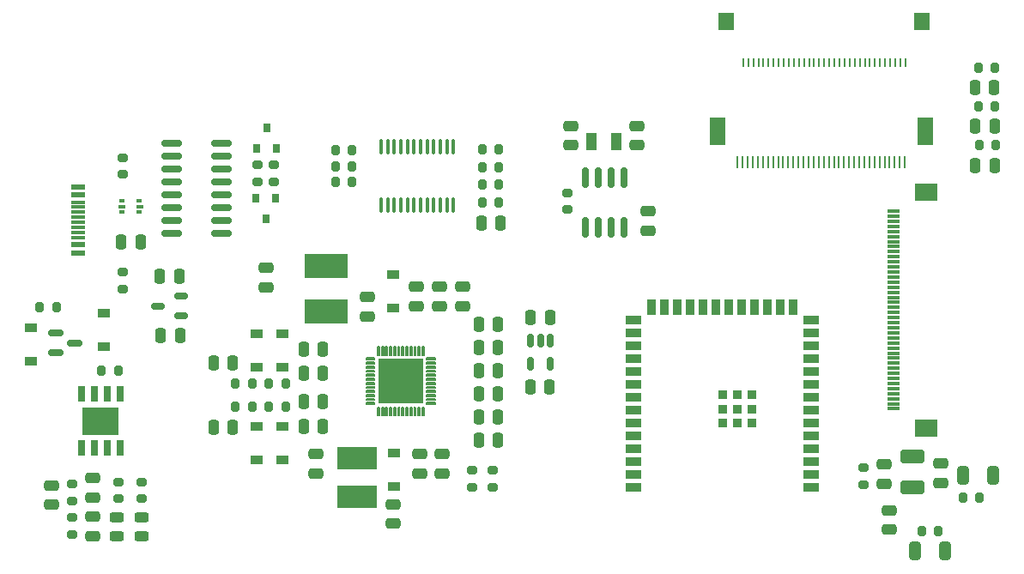
<source format=gtp>
%TF.GenerationSoftware,KiCad,Pcbnew,(6.0.11)*%
%TF.CreationDate,2023-02-05T23:01:49+01:00*%
%TF.ProjectId,epaper-breakout,65706170-6572-42d6-9272-65616b6f7574,rev?*%
%TF.SameCoordinates,Original*%
%TF.FileFunction,Paste,Top*%
%TF.FilePolarity,Positive*%
%FSLAX46Y46*%
G04 Gerber Fmt 4.6, Leading zero omitted, Abs format (unit mm)*
G04 Created by KiCad (PCBNEW (6.0.11)) date 2023-02-05 23:01:49*
%MOMM*%
%LPD*%
G01*
G04 APERTURE LIST*
G04 Aperture macros list*
%AMRoundRect*
0 Rectangle with rounded corners*
0 $1 Rounding radius*
0 $2 $3 $4 $5 $6 $7 $8 $9 X,Y pos of 4 corners*
0 Add a 4 corners polygon primitive as box body*
4,1,4,$2,$3,$4,$5,$6,$7,$8,$9,$2,$3,0*
0 Add four circle primitives for the rounded corners*
1,1,$1+$1,$2,$3*
1,1,$1+$1,$4,$5*
1,1,$1+$1,$6,$7*
1,1,$1+$1,$8,$9*
0 Add four rect primitives between the rounded corners*
20,1,$1+$1,$2,$3,$4,$5,0*
20,1,$1+$1,$4,$5,$6,$7,0*
20,1,$1+$1,$6,$7,$8,$9,0*
20,1,$1+$1,$8,$9,$2,$3,0*%
G04 Aperture macros list end*
%ADD10C,0.152400*%
%ADD11RoundRect,0.200000X-0.200000X-0.275000X0.200000X-0.275000X0.200000X0.275000X-0.200000X0.275000X0*%
%ADD12R,0.800000X0.900000*%
%ADD13RoundRect,0.200000X-0.275000X0.200000X-0.275000X-0.200000X0.275000X-0.200000X0.275000X0.200000X0*%
%ADD14RoundRect,0.200000X0.275000X-0.200000X0.275000X0.200000X-0.275000X0.200000X-0.275000X-0.200000X0*%
%ADD15RoundRect,0.250000X0.250000X0.475000X-0.250000X0.475000X-0.250000X-0.475000X0.250000X-0.475000X0*%
%ADD16RoundRect,0.250000X-0.475000X0.250000X-0.475000X-0.250000X0.475000X-0.250000X0.475000X0.250000X0*%
%ADD17RoundRect,0.243750X-0.456250X0.243750X-0.456250X-0.243750X0.456250X-0.243750X0.456250X0.243750X0*%
%ADD18RoundRect,0.250000X0.475000X-0.250000X0.475000X0.250000X-0.475000X0.250000X-0.475000X-0.250000X0*%
%ADD19RoundRect,0.249999X0.325001X0.650001X-0.325001X0.650001X-0.325001X-0.650001X0.325001X-0.650001X0*%
%ADD20RoundRect,0.250000X-0.250000X-0.475000X0.250000X-0.475000X0.250000X0.475000X-0.250000X0.475000X0*%
%ADD21RoundRect,0.249999X-0.325001X-0.650001X0.325001X-0.650001X0.325001X0.650001X-0.325001X0.650001X0*%
%ADD22RoundRect,0.200000X0.200000X0.275000X-0.200000X0.275000X-0.200000X-0.275000X0.200000X-0.275000X0*%
%ADD23RoundRect,0.100000X-0.100000X0.637500X-0.100000X-0.637500X0.100000X-0.637500X0.100000X0.637500X0*%
%ADD24RoundRect,0.249997X0.925003X-0.412503X0.925003X0.412503X-0.925003X0.412503X-0.925003X-0.412503X0*%
%ADD25R,3.900000X2.200000*%
%ADD26R,4.200000X2.400000*%
%ADD27R,0.850000X0.200000*%
%ADD28R,0.200000X0.850000*%
%ADD29R,4.399999X4.399999*%
%ADD30R,1.200000X0.900000*%
%ADD31R,0.650000X1.500000*%
%ADD32R,3.600000X2.700000*%
%ADD33RoundRect,0.150000X0.512500X0.150000X-0.512500X0.150000X-0.512500X-0.150000X0.512500X-0.150000X0*%
%ADD34R,0.500000X0.375000*%
%ADD35R,0.650000X0.300000*%
%ADD36R,1.300000X0.300000*%
%ADD37R,2.200000X1.800000*%
%ADD38R,1.600000X2.800000*%
%ADD39R,0.250000X1.300000*%
%ADD40RoundRect,0.150000X-0.587500X-0.150000X0.587500X-0.150000X0.587500X0.150000X-0.587500X0.150000X0*%
%ADD41RoundRect,0.150000X-0.150000X0.825000X-0.150000X-0.825000X0.150000X-0.825000X0.150000X0.825000X0*%
%ADD42RoundRect,0.150000X-0.150000X0.512500X-0.150000X-0.512500X0.150000X-0.512500X0.150000X0.512500X0*%
%ADD43R,0.254000X0.812800*%
%ADD44R,1.524000X1.701800*%
%ADD45R,1.500000X0.900000*%
%ADD46R,0.900000X1.500000*%
%ADD47R,0.900000X0.900000*%
%ADD48RoundRect,0.150000X-0.825000X-0.150000X0.825000X-0.150000X0.825000X0.150000X-0.825000X0.150000X0*%
%ADD49R,1.450000X0.600000*%
%ADD50R,1.450000X0.300000*%
%ADD51R,1.000000X1.800000*%
G04 APERTURE END LIST*
D10*
X64782579Y-47902800D02*
X64782579Y-47902800D01*
X64336600Y-46469421D02*
X64336600Y-46773979D01*
X64478021Y-46128000D02*
X64782579Y-46128000D01*
X62448999Y-47953000D02*
X61649000Y-47953000D01*
X65911400Y-44894621D02*
X65911400Y-45199179D01*
X67149069Y-47702800D02*
X67149069Y-47115400D01*
X66052821Y-46915400D02*
X66052821Y-46915400D01*
X65124000Y-48353069D02*
X65711400Y-48353069D01*
X65265421Y-47902800D02*
X65124000Y-48044221D01*
X64336600Y-48044221D02*
X64336600Y-48353069D01*
X64898999Y-42853000D02*
X64748999Y-42853000D01*
X66698800Y-48353069D02*
X67149069Y-48353069D01*
X61649000Y-46503001D02*
X62448999Y-46503001D01*
X65549000Y-42853000D02*
X65549000Y-43652999D01*
X67599001Y-45553000D02*
X67599001Y-45703000D01*
X66840221Y-44553200D02*
X66840221Y-44553200D01*
X66498800Y-47561379D02*
X66498800Y-47561379D01*
X64349000Y-49603000D02*
X64499000Y-49603000D01*
X65124000Y-46773979D02*
X65265421Y-46915400D01*
X61649000Y-46903000D02*
X62448999Y-46903000D01*
X63207779Y-47115400D02*
X63207779Y-47115400D01*
X64136600Y-45199179D02*
X64136600Y-45199179D01*
X66098999Y-43652999D02*
X66098999Y-42853000D01*
X65149001Y-43652999D02*
X65299001Y-43652999D01*
X63299000Y-48803001D02*
X63149000Y-48803001D01*
X65911400Y-47256821D02*
X65911400Y-47256821D01*
X63995179Y-47115400D02*
X63690621Y-47115400D01*
X64136600Y-45986579D02*
X64136600Y-45682021D01*
X63549200Y-47561379D02*
X63549200Y-47561379D01*
X63995179Y-47702800D02*
X63995179Y-47702800D01*
X62448999Y-44752999D02*
X61649000Y-44752999D01*
X66698800Y-45682021D02*
X66698800Y-45682021D01*
X64924000Y-45986579D02*
X64924000Y-45986579D01*
X62448999Y-45952999D02*
X61649000Y-45952999D01*
X65711400Y-44411779D02*
X65711400Y-44411779D01*
X68399000Y-43953001D02*
X67599001Y-43953001D01*
X65124000Y-44411779D02*
X65124000Y-44411779D01*
X65124000Y-46469421D02*
X65124000Y-46773979D01*
X65711400Y-45986579D02*
X65711400Y-45682021D01*
X67149069Y-44553200D02*
X67149069Y-44102931D01*
X64782579Y-44753200D02*
X64478021Y-44753200D01*
X63207779Y-47702800D02*
X63349200Y-47561379D01*
X65711400Y-44894621D02*
X65711400Y-44894621D01*
X67298999Y-48803001D02*
X67149000Y-48803001D01*
X67149069Y-44753200D02*
X66840221Y-44753200D01*
X64336600Y-48044221D02*
X64336600Y-48044221D01*
X64898999Y-43652999D02*
X64898999Y-42853000D01*
X61649000Y-48502999D02*
X62448999Y-48502999D01*
X63995179Y-46328000D02*
X63995179Y-46328000D01*
X64782579Y-45540600D02*
X64478021Y-45540600D01*
X66052821Y-47902800D02*
X65911400Y-48044221D01*
X66698800Y-47256821D02*
X66698800Y-47561379D01*
X65911400Y-45986579D02*
X65911400Y-45986579D01*
X63549200Y-48353069D02*
X64136600Y-48353069D01*
X63549200Y-44894621D02*
X63549200Y-45199179D01*
X65911400Y-46773979D02*
X66052821Y-46915400D01*
X67149069Y-47902800D02*
X66840221Y-47902800D01*
X63690621Y-45540600D02*
X63690621Y-45540600D01*
X67599001Y-43953001D02*
X67599001Y-44103000D01*
X67149069Y-45340600D02*
X67149069Y-44753200D01*
X64924000Y-47256821D02*
X64924000Y-47256821D01*
X61649000Y-44752999D02*
X61649000Y-44902999D01*
X65265421Y-46915400D02*
X65569979Y-46915400D01*
X63349200Y-47256821D02*
X63349200Y-47256821D01*
X65711400Y-46773979D02*
X65711400Y-46773979D01*
X63949001Y-43652999D02*
X64099001Y-43652999D01*
X63207779Y-44753200D02*
X62898931Y-44753200D01*
X66840221Y-44553200D02*
X67149069Y-44553200D01*
X62448999Y-45303001D02*
X62448999Y-45153001D01*
X63548999Y-48803001D02*
X63548999Y-49603000D01*
X65265421Y-47702800D02*
X65569979Y-47702800D01*
X68399000Y-46903000D02*
X68399000Y-46753000D01*
X63149000Y-43652999D02*
X63299000Y-43652999D01*
X67599001Y-45153001D02*
X67599001Y-45303001D01*
X63995179Y-45340600D02*
X63995179Y-45340600D01*
X62448999Y-43953001D02*
X61649000Y-43953001D01*
X61649000Y-45303001D02*
X62448999Y-45303001D01*
X63349200Y-48044221D02*
X63349200Y-48044221D01*
X63690621Y-46328000D02*
X63549200Y-46469421D01*
X67599001Y-44752999D02*
X67599001Y-44903001D01*
X65569979Y-44753200D02*
X65569979Y-44753200D01*
X66498800Y-45682021D02*
X66498800Y-45682021D01*
X66098999Y-49603000D02*
X66098999Y-48803001D01*
X62448999Y-45553000D02*
X61649000Y-45553000D01*
X62898931Y-44102931D02*
X62898931Y-44553200D01*
X64924000Y-47561379D02*
X64924000Y-47256821D01*
X66899000Y-42853000D02*
X66749000Y-42853000D01*
X67599001Y-44103000D02*
X68399000Y-44103000D01*
X62448999Y-44902999D02*
X62448999Y-44752999D01*
X63349200Y-46773979D02*
X63349200Y-46469421D01*
X67149069Y-48353069D02*
X67149069Y-47902800D01*
X66349001Y-43652999D02*
X66499001Y-43652999D01*
X65124000Y-45682021D02*
X65124000Y-45682021D01*
X62898931Y-47702800D02*
X63207779Y-47702800D01*
X67149069Y-46915400D02*
X67149069Y-46328000D01*
X63207779Y-46328000D02*
X63207779Y-46328000D01*
X64136600Y-44894621D02*
X63995179Y-44753200D01*
X65569979Y-47702800D02*
X65569979Y-47702800D01*
X62898931Y-44753200D02*
X62898931Y-45340600D01*
X64336600Y-47561379D02*
X64478021Y-47702800D01*
X62898931Y-45540600D02*
X62898931Y-46128000D01*
X65124000Y-46773979D02*
X65124000Y-46773979D01*
X64136600Y-44894621D02*
X64136600Y-44894621D01*
X65265421Y-46915400D02*
X65265421Y-46915400D01*
X65124000Y-44102931D02*
X65124000Y-44411779D01*
X63349200Y-44411779D02*
X63349200Y-44102931D01*
X64499000Y-48803001D02*
X64349000Y-48803001D01*
X63207779Y-46128000D02*
X63207779Y-46128000D01*
X64136600Y-45986579D02*
X64136600Y-45986579D01*
X66357379Y-47702800D02*
X66357379Y-47702800D01*
X63549200Y-47561379D02*
X63690621Y-47702800D01*
X65124000Y-45682021D02*
X65124000Y-45986579D01*
X68399000Y-44903001D02*
X68399000Y-44752999D01*
X64478021Y-45540600D02*
X64336600Y-45682021D01*
X66698800Y-45682021D02*
X66698800Y-45986579D01*
X64336600Y-47256821D02*
X64336600Y-47561379D01*
X67149000Y-42853000D02*
X67149000Y-43652999D01*
X64782579Y-47115400D02*
X64478021Y-47115400D01*
X65549000Y-48803001D02*
X65549000Y-49603000D01*
X66052821Y-44553200D02*
X66052821Y-44553200D01*
X63207779Y-45540600D02*
X62898931Y-45540600D01*
X64349000Y-42853000D02*
X64349000Y-43652999D01*
X64136600Y-47256821D02*
X64136600Y-47256821D01*
X66357379Y-46128000D02*
X66357379Y-46128000D01*
X63549200Y-46469421D02*
X63549200Y-46773979D01*
X66698800Y-47256821D02*
X66698800Y-47256821D01*
X66052821Y-45340600D02*
X66357379Y-45340600D01*
X66052821Y-46328000D02*
X66052821Y-46328000D01*
X64782579Y-47702800D02*
X64782579Y-47702800D01*
X63690621Y-46128000D02*
X63995179Y-46128000D01*
X63349200Y-46469421D02*
X63349200Y-46469421D01*
X64924000Y-45199179D02*
X64924000Y-44894621D01*
X64478021Y-44753200D02*
X64478021Y-44753200D01*
X66698800Y-46773979D02*
X66698800Y-46773979D01*
X66498800Y-44894621D02*
X66498800Y-44894621D01*
X66498800Y-45199179D02*
X66498800Y-45199179D01*
X67149000Y-43652999D02*
X67298999Y-43652999D01*
X64336600Y-44411779D02*
X64336600Y-44411779D01*
X66357379Y-46328000D02*
X66357379Y-46328000D01*
X66052821Y-47115400D02*
X66052821Y-47115400D01*
X65711400Y-47561379D02*
X65711400Y-47561379D01*
X65711400Y-45986579D02*
X65711400Y-45986579D01*
X64782579Y-47902800D02*
X64478021Y-47902800D01*
X62749001Y-49603000D02*
X62899000Y-49603000D01*
X66698800Y-48044221D02*
X66698800Y-48353069D01*
X64924000Y-44894621D02*
X64924000Y-44894621D01*
X64478021Y-46915400D02*
X64782579Y-46915400D01*
X65569979Y-46328000D02*
X65265421Y-46328000D01*
X64782579Y-44553200D02*
X64782579Y-44553200D01*
X63207779Y-44753200D02*
X63207779Y-44753200D01*
X65911400Y-46469421D02*
X65911400Y-46773979D01*
X64349000Y-43652999D02*
X64499000Y-43652999D01*
X66698800Y-46773979D02*
X66840221Y-46915400D01*
X65124000Y-47256821D02*
X65124000Y-47561379D01*
X66840221Y-46915400D02*
X66840221Y-46915400D01*
X66698800Y-44102931D02*
X66698800Y-44411779D01*
X67298999Y-42853000D02*
X67149000Y-42853000D01*
X65265421Y-47902800D02*
X65265421Y-47902800D01*
X63698999Y-48803001D02*
X63548999Y-48803001D01*
X65911400Y-44102931D02*
X65911400Y-44411779D01*
X65911400Y-48044221D02*
X65911400Y-48353069D01*
X62448999Y-45153001D02*
X61649000Y-45153001D01*
X66357379Y-46915400D02*
X66498800Y-46773979D01*
X65711400Y-44411779D02*
X65711400Y-44102931D01*
X63549200Y-45682021D02*
X63549200Y-45682021D01*
X62899000Y-48803001D02*
X62749001Y-48803001D01*
X66840221Y-46128000D02*
X66840221Y-46128000D01*
X64136600Y-45682021D02*
X63995179Y-45540600D01*
X63549200Y-48044221D02*
X63549200Y-48353069D01*
X68399000Y-46102999D02*
X68399000Y-45952999D01*
X67599001Y-45952999D02*
X67599001Y-46102999D01*
X61649000Y-46102999D02*
X62448999Y-46102999D01*
X65699000Y-42853000D02*
X65549000Y-42853000D01*
X67298999Y-43652999D02*
X67298999Y-42853000D01*
X66840221Y-46328000D02*
X66698800Y-46469421D01*
X64924000Y-46773979D02*
X64924000Y-46469421D01*
X68399000Y-45153001D02*
X67599001Y-45153001D01*
X65569979Y-44553200D02*
X65711400Y-44411779D01*
X64136600Y-44102931D02*
X63549200Y-44102931D01*
X66498800Y-46773979D02*
X66498800Y-46469421D01*
X66698800Y-47561379D02*
X66840221Y-47702800D01*
X64499000Y-42853000D02*
X64349000Y-42853000D01*
X65711400Y-44894621D02*
X65569979Y-44753200D01*
X63207779Y-47902800D02*
X62898931Y-47902800D01*
X68399000Y-44503000D02*
X68399000Y-44353000D01*
X63548999Y-49603000D02*
X63698999Y-49603000D01*
X66498800Y-48044221D02*
X66357379Y-47902800D01*
X62448999Y-47152999D02*
X61649000Y-47152999D01*
X65699000Y-48803001D02*
X65549000Y-48803001D01*
X64336600Y-45986579D02*
X64336600Y-45986579D01*
X61649000Y-45703000D02*
X62448999Y-45703000D01*
X66840221Y-47115400D02*
X66840221Y-47115400D01*
X65711400Y-46469421D02*
X65569979Y-46328000D01*
X61649000Y-47152999D02*
X61649000Y-47302999D01*
X65124000Y-44411779D02*
X65265421Y-44553200D01*
X63549200Y-45199179D02*
X63690621Y-45340600D01*
X66498800Y-47256821D02*
X66357379Y-47115400D01*
X66052821Y-47902800D02*
X66052821Y-47902800D01*
X66698800Y-45199179D02*
X66698800Y-45199179D01*
X67599001Y-46353001D02*
X67599001Y-46503001D01*
X64924000Y-48353069D02*
X64924000Y-48044221D01*
X64924000Y-48044221D02*
X64924000Y-48044221D01*
X64499000Y-43652999D02*
X64499000Y-42853000D01*
X64099001Y-48803001D02*
X63949001Y-48803001D01*
X65265421Y-47702800D02*
X65265421Y-47702800D01*
X66840221Y-45340600D02*
X66840221Y-45340600D01*
X63349200Y-46773979D02*
X63349200Y-46773979D01*
X65569979Y-46128000D02*
X65711400Y-45986579D01*
X66357379Y-46915400D02*
X66357379Y-46915400D01*
X63349200Y-45199179D02*
X63349200Y-44894621D01*
X63149000Y-42853000D02*
X63149000Y-43652999D01*
X63995179Y-45540600D02*
X63690621Y-45540600D01*
X62749001Y-43652999D02*
X62899000Y-43652999D01*
X64336600Y-47256821D02*
X64336600Y-47256821D01*
X63995179Y-47902800D02*
X63690621Y-47902800D01*
X66357379Y-44553200D02*
X66498800Y-44411779D01*
X62448999Y-48502999D02*
X62448999Y-48353000D01*
X63349200Y-47561379D02*
X63349200Y-47561379D01*
X66357379Y-45540600D02*
X66052821Y-45540600D01*
X68399000Y-47703001D02*
X68399000Y-47553001D01*
X66698800Y-44894621D02*
X66698800Y-44894621D01*
X66052821Y-46328000D02*
X65911400Y-46469421D01*
X64478021Y-46128000D02*
X64478021Y-46128000D01*
X65124000Y-48044221D02*
X65124000Y-48353069D01*
X63549200Y-47256821D02*
X63549200Y-47256821D01*
X63207779Y-46128000D02*
X63349200Y-45986579D01*
X66698800Y-46469421D02*
X66698800Y-46469421D01*
X68399000Y-45952999D02*
X67599001Y-45952999D01*
X62448999Y-48353000D02*
X61649000Y-48353000D01*
X64336600Y-44102931D02*
X64336600Y-44411779D01*
X66698800Y-45986579D02*
X66840221Y-46128000D01*
X65124000Y-45986579D02*
X65124000Y-45986579D01*
X64478021Y-45340600D02*
X64478021Y-45340600D01*
X63207779Y-46915400D02*
X63349200Y-46773979D01*
X64136600Y-46469421D02*
X63995179Y-46328000D01*
X66698800Y-44411779D02*
X66698800Y-44411779D01*
X61649000Y-48103000D02*
X62448999Y-48103000D01*
X63995179Y-45340600D02*
X64136600Y-45199179D01*
X66498800Y-48044221D02*
X66498800Y-48044221D01*
X63698999Y-49603000D02*
X63698999Y-48803001D01*
X68399000Y-44103000D02*
X68399000Y-43953001D01*
X67599001Y-47553001D02*
X67599001Y-47703001D01*
X65265421Y-46328000D02*
X65265421Y-46328000D01*
X66357379Y-44553200D02*
X66357379Y-44553200D01*
X66698800Y-44411779D02*
X66840221Y-44553200D01*
X66357379Y-45340600D02*
X66498800Y-45199179D01*
X63690621Y-45540600D02*
X63549200Y-45682021D01*
X63690621Y-47115400D02*
X63690621Y-47115400D01*
X64478021Y-47902800D02*
X64478021Y-47902800D01*
X67599001Y-45703000D02*
X68399000Y-45703000D01*
X65569979Y-46128000D02*
X65569979Y-46128000D01*
X62448999Y-44503000D02*
X62448999Y-44353000D01*
X66698800Y-47561379D02*
X66698800Y-47561379D01*
X66357379Y-44753200D02*
X66357379Y-44753200D01*
X64748999Y-42853000D02*
X64748999Y-43652999D01*
X65711400Y-48353069D02*
X65711400Y-48044221D01*
X67149000Y-49603000D02*
X67298999Y-49603000D01*
X61649000Y-47302999D02*
X62448999Y-47302999D01*
X62448999Y-48103000D02*
X62448999Y-47953000D01*
X64478021Y-45540600D02*
X64478021Y-45540600D01*
X66498800Y-48353069D02*
X66498800Y-48044221D01*
X65711400Y-44102931D02*
X65124000Y-44102931D01*
X63995179Y-46915400D02*
X63995179Y-46915400D01*
X65265421Y-47115400D02*
X65124000Y-47256821D01*
X66098999Y-42853000D02*
X65948999Y-42853000D01*
X63949001Y-42853000D02*
X63949001Y-43652999D01*
X61649000Y-46753000D02*
X61649000Y-46903000D01*
X66840221Y-47902800D02*
X66840221Y-47902800D01*
X68399000Y-47302999D02*
X68399000Y-47152999D01*
X66052821Y-47702800D02*
X66357379Y-47702800D01*
X64924000Y-44894621D02*
X64782579Y-44753200D01*
X66840221Y-44753200D02*
X66840221Y-44753200D01*
X62898931Y-46328000D02*
X62898931Y-46915400D01*
X62448999Y-46353001D02*
X61649000Y-46353001D01*
X64478021Y-45340600D02*
X64782579Y-45340600D01*
X63690621Y-45340600D02*
X63995179Y-45340600D01*
X65911400Y-46773979D02*
X65911400Y-46773979D01*
X66698800Y-48044221D02*
X66698800Y-48044221D01*
X62448999Y-44353000D02*
X61649000Y-44353000D01*
X62448999Y-46753000D02*
X61649000Y-46753000D01*
X63207779Y-45340600D02*
X63349200Y-45199179D01*
X64782579Y-45340600D02*
X64924000Y-45199179D01*
X64478021Y-47115400D02*
X64336600Y-47256821D01*
X64924000Y-46469421D02*
X64924000Y-46469421D01*
X63207779Y-44553200D02*
X63349200Y-44411779D01*
X68399000Y-48103000D02*
X68399000Y-47953000D01*
X61649000Y-45553000D02*
X61649000Y-45703000D01*
X65911400Y-45199179D02*
X65911400Y-45199179D01*
X65911400Y-45986579D02*
X66052821Y-46128000D01*
X64478021Y-46328000D02*
X64478021Y-46328000D01*
X63299000Y-42853000D02*
X63149000Y-42853000D01*
X66357379Y-46328000D02*
X66052821Y-46328000D01*
X65124000Y-44894621D02*
X65124000Y-44894621D01*
X67149000Y-48803001D02*
X67149000Y-49603000D01*
X62899000Y-43652999D02*
X62899000Y-42853000D01*
X64782579Y-45340600D02*
X64782579Y-45340600D01*
X64924000Y-46773979D02*
X64924000Y-46773979D01*
X67599001Y-46503001D02*
X68399000Y-46503001D01*
X66499001Y-42853000D02*
X66349001Y-42853000D01*
X65911400Y-44894621D02*
X65911400Y-44894621D01*
X64748999Y-48803001D02*
X64748999Y-49603000D01*
X64782579Y-46328000D02*
X64478021Y-46328000D01*
X65911400Y-47561379D02*
X66052821Y-47702800D01*
X66052821Y-45540600D02*
X65911400Y-45682021D01*
X64349000Y-48803001D02*
X64349000Y-49603000D01*
X66498800Y-44894621D02*
X66357379Y-44753200D01*
X67599001Y-47152999D02*
X67599001Y-47302999D01*
X64136600Y-48044221D02*
X63995179Y-47902800D01*
X64478021Y-47702800D02*
X64782579Y-47702800D01*
X65265421Y-47115400D02*
X65265421Y-47115400D01*
X67599001Y-47302999D02*
X68399000Y-47302999D01*
X67599001Y-48502999D02*
X68399000Y-48502999D01*
X64782579Y-46328000D02*
X64782579Y-46328000D01*
X68399000Y-47953000D02*
X67599001Y-47953000D01*
X65265421Y-44753200D02*
X65124000Y-44894621D01*
X66357379Y-46128000D02*
X66498800Y-45986579D01*
X63349200Y-45682021D02*
X63207779Y-45540600D01*
X64136600Y-45682021D02*
X64136600Y-45682021D01*
X65149001Y-48803001D02*
X65149001Y-49603000D01*
X63549200Y-45682021D02*
X63549200Y-45986579D01*
X65711400Y-45682021D02*
X65569979Y-45540600D01*
X66052821Y-47115400D02*
X65911400Y-47256821D01*
X63207779Y-46915400D02*
X63207779Y-46915400D01*
X63549200Y-44894621D02*
X63549200Y-44894621D01*
X66499001Y-49603000D02*
X66499001Y-48803001D01*
X63690621Y-45340600D02*
X63690621Y-45340600D01*
X64782579Y-46128000D02*
X64782579Y-46128000D01*
X63549200Y-45986579D02*
X63549200Y-45986579D01*
X61649000Y-47953000D02*
X61649000Y-48103000D01*
X61649000Y-44353000D02*
X61649000Y-44503000D01*
X64336600Y-46469421D02*
X64336600Y-46469421D01*
X63690621Y-47115400D02*
X63549200Y-47256821D01*
X66357379Y-47115400D02*
X66357379Y-47115400D01*
X66749000Y-48803001D02*
X66749000Y-49603000D01*
X63549200Y-44102931D02*
X63549200Y-44411779D01*
X63995179Y-46915400D02*
X64136600Y-46773979D01*
X67599001Y-48103000D02*
X68399000Y-48103000D01*
X66498800Y-47256821D02*
X66498800Y-47256821D01*
X66498800Y-45986579D02*
X66498800Y-45986579D01*
X65711400Y-47256821D02*
X65711400Y-47256821D01*
X67599001Y-44353000D02*
X67599001Y-44503000D01*
X64924000Y-47561379D02*
X64924000Y-47561379D01*
X63299000Y-49603000D02*
X63299000Y-48803001D01*
X68399000Y-46503001D02*
X68399000Y-46353001D01*
X63207779Y-47115400D02*
X62898931Y-47115400D01*
X62898931Y-44553200D02*
X63207779Y-44553200D01*
X64336600Y-45199179D02*
X64336600Y-45199179D01*
X67149069Y-45540600D02*
X66840221Y-45540600D01*
X63690621Y-46128000D02*
X63690621Y-46128000D01*
X62898931Y-46128000D02*
X63207779Y-46128000D01*
X64748999Y-43652999D02*
X64898999Y-43652999D01*
X64136600Y-44411779D02*
X64136600Y-44102931D01*
X65911400Y-47256821D02*
X65911400Y-47561379D01*
X61649000Y-44103000D02*
X62448999Y-44103000D01*
X64748999Y-49603000D02*
X64898999Y-49603000D01*
X68399000Y-46753000D02*
X67599001Y-46753000D01*
X65711400Y-45199179D02*
X65711400Y-44894621D01*
X65299001Y-48803001D02*
X65149001Y-48803001D01*
X63995179Y-46128000D02*
X64136600Y-45986579D01*
X66357379Y-47702800D02*
X66498800Y-47561379D01*
X63690621Y-44553200D02*
X63690621Y-44553200D01*
X65569979Y-45540600D02*
X65265421Y-45540600D01*
X66052821Y-45540600D02*
X66052821Y-45540600D01*
X63207779Y-47902800D02*
X63207779Y-47902800D01*
X66749000Y-42853000D02*
X66749000Y-43652999D01*
X65124000Y-44894621D02*
X65124000Y-45199179D01*
X68399000Y-44752999D02*
X67599001Y-44752999D01*
X63207779Y-47702800D02*
X63207779Y-47702800D01*
X64099001Y-49603000D02*
X64099001Y-48803001D01*
X68399000Y-47553001D02*
X67599001Y-47553001D01*
X66498800Y-45986579D02*
X66498800Y-45682021D01*
X64478021Y-44553200D02*
X64478021Y-44553200D01*
X67599001Y-44903001D02*
X68399000Y-44903001D01*
X66357379Y-45540600D02*
X66357379Y-45540600D01*
X63349200Y-44894621D02*
X63349200Y-44894621D01*
X68399000Y-45703000D02*
X68399000Y-45553000D01*
X63549200Y-46773979D02*
X63690621Y-46915400D01*
X66840221Y-45540600D02*
X66698800Y-45682021D01*
X62898931Y-47902800D02*
X62898931Y-48353069D01*
X63549200Y-47256821D02*
X63549200Y-47561379D01*
X62448999Y-47302999D02*
X62448999Y-47152999D01*
X63699001Y-42853000D02*
X63548999Y-42853000D01*
X63699001Y-43652999D02*
X63699001Y-42853000D01*
X65569979Y-45340600D02*
X65711400Y-45199179D01*
X65711400Y-45199179D02*
X65711400Y-45199179D01*
X63995179Y-44753200D02*
X63995179Y-44753200D01*
X63995179Y-47115400D02*
X63995179Y-47115400D01*
X63995179Y-46328000D02*
X63690621Y-46328000D01*
X64336600Y-44894621D02*
X64336600Y-45199179D01*
X62898931Y-47115400D02*
X62898931Y-47702800D01*
X62749001Y-42853000D02*
X62749001Y-43652999D01*
X65124000Y-47256821D02*
X65124000Y-47256821D01*
X66840221Y-47702800D02*
X66840221Y-47702800D01*
X63349200Y-47561379D02*
X63349200Y-47256821D01*
X64336600Y-46773979D02*
X64336600Y-46773979D01*
X65569979Y-45340600D02*
X65569979Y-45340600D01*
X65549000Y-49603000D02*
X65699000Y-49603000D01*
X66499001Y-48803001D02*
X66348999Y-48803001D01*
X64478021Y-47115400D02*
X64478021Y-47115400D01*
X65699000Y-43652999D02*
X65699000Y-42853000D01*
X63549200Y-45986579D02*
X63690621Y-46128000D01*
X65911400Y-45682021D02*
X65911400Y-45986579D01*
X62899000Y-49603000D02*
X62899000Y-48803001D01*
X64136600Y-45199179D02*
X64136600Y-44894621D01*
X64924000Y-45682021D02*
X64924000Y-45682021D01*
X66098999Y-48803001D02*
X65948999Y-48803001D01*
X65124000Y-48044221D02*
X65124000Y-48044221D01*
X66749000Y-49603000D02*
X66899000Y-49603000D01*
X64336600Y-45986579D02*
X64478021Y-46128000D01*
X65549000Y-43652999D02*
X65699000Y-43652999D01*
X64924000Y-45986579D02*
X64924000Y-45682021D01*
X66840221Y-45340600D02*
X67149069Y-45340600D01*
X64478021Y-44753200D02*
X64336600Y-44894621D01*
X67599001Y-45303001D02*
X68399000Y-45303001D01*
X67149069Y-47115400D02*
X66840221Y-47115400D01*
X63549200Y-46469421D02*
X63549200Y-46469421D01*
X65711400Y-46469421D02*
X65711400Y-46469421D01*
X64898999Y-48803001D02*
X64748999Y-48803001D01*
X64136600Y-47561379D02*
X64136600Y-47561379D01*
X67599001Y-46753000D02*
X67599001Y-46903000D01*
X63690621Y-46915400D02*
X63995179Y-46915400D01*
X62898931Y-48353069D02*
X63349200Y-48353069D01*
X63349200Y-45986579D02*
X63349200Y-45682021D01*
X63690621Y-44753200D02*
X63690621Y-44753200D01*
X66698800Y-46469421D02*
X66698800Y-46773979D01*
X64136600Y-46469421D02*
X64136600Y-46469421D01*
X65911400Y-47561379D02*
X65911400Y-47561379D01*
X62899000Y-42853000D02*
X62749001Y-42853000D01*
X62448999Y-45703000D02*
X62448999Y-45553000D01*
X66052821Y-46128000D02*
X66052821Y-46128000D01*
X65124000Y-47561379D02*
X65265421Y-47702800D01*
X64478021Y-46915400D02*
X64478021Y-46915400D01*
X68399000Y-46353001D02*
X67599001Y-46353001D01*
X61649000Y-45153001D02*
X61649000Y-45303001D01*
X66357379Y-47902800D02*
X66357379Y-47902800D01*
X65124000Y-45199179D02*
X65265421Y-45340600D01*
X66840221Y-46128000D02*
X67149069Y-46128000D01*
X65299001Y-49603000D02*
X65299001Y-48803001D01*
X63549200Y-46773979D02*
X63549200Y-46773979D01*
X66498800Y-47561379D02*
X66498800Y-47256821D01*
X66698800Y-44894621D02*
X66698800Y-45199179D01*
X64924000Y-45682021D02*
X64782579Y-45540600D01*
X62448999Y-46903000D02*
X62448999Y-46753000D01*
X64136600Y-46773979D02*
X64136600Y-46469421D01*
X66899000Y-48803001D02*
X66749000Y-48803001D01*
X63995179Y-44553200D02*
X64136600Y-44411779D01*
X65265421Y-46328000D02*
X65124000Y-46469421D01*
X65265421Y-46128000D02*
X65569979Y-46128000D01*
X65569979Y-45540600D02*
X65569979Y-45540600D01*
X63349200Y-44411779D02*
X63349200Y-44411779D01*
X63690621Y-46915400D02*
X63690621Y-46915400D01*
X66357379Y-44753200D02*
X66052821Y-44753200D01*
X64499000Y-49603000D02*
X64499000Y-48803001D01*
X68399000Y-45553000D02*
X67599001Y-45553000D01*
X63149000Y-49603000D02*
X63299000Y-49603000D01*
X64336600Y-44894621D02*
X64336600Y-44894621D01*
X65711400Y-46773979D02*
X65711400Y-46469421D01*
X64336600Y-45682021D02*
X64336600Y-45682021D01*
X64478021Y-44553200D02*
X64782579Y-44553200D01*
X66052821Y-46915400D02*
X66357379Y-46915400D01*
X64924000Y-44411779D02*
X64924000Y-44411779D01*
X65711400Y-47256821D02*
X65569979Y-47115400D01*
X64782579Y-44553200D02*
X64924000Y-44411779D01*
X65711400Y-47561379D02*
X65711400Y-47256821D01*
X64924000Y-46469421D02*
X64782579Y-46328000D01*
X62448999Y-46102999D02*
X62448999Y-45952999D01*
X64136600Y-47561379D02*
X64136600Y-47256821D01*
X64336600Y-47561379D02*
X64336600Y-47561379D01*
X66498800Y-44411779D02*
X66498800Y-44411779D01*
X63149000Y-48803001D02*
X63149000Y-49603000D01*
X61649000Y-43953001D02*
X61649000Y-44103000D01*
X63349200Y-48044221D02*
X63207779Y-47902800D01*
X66498800Y-45682021D02*
X66357379Y-45540600D01*
X66357379Y-47115400D02*
X66052821Y-47115400D01*
X66052821Y-44753200D02*
X66052821Y-44753200D01*
X65569979Y-47115400D02*
X65265421Y-47115400D01*
X68399000Y-44353000D02*
X67599001Y-44353000D01*
X64782579Y-46128000D02*
X64924000Y-45986579D01*
X63995179Y-44753200D02*
X63690621Y-44753200D01*
X63690621Y-44553200D02*
X63995179Y-44553200D01*
X61649000Y-45952999D02*
X61649000Y-46102999D01*
X61649000Y-48353000D02*
X61649000Y-48502999D01*
X63995179Y-46128000D02*
X63995179Y-46128000D01*
X65124000Y-47561379D02*
X65124000Y-47561379D01*
X64924000Y-47256821D02*
X64782579Y-47115400D01*
X64782579Y-44753200D02*
X64782579Y-44753200D01*
X65299001Y-42853000D02*
X65149001Y-42853000D01*
X65911400Y-48044221D02*
X65911400Y-48044221D01*
X66840221Y-46328000D02*
X66840221Y-46328000D01*
X66052821Y-46128000D02*
X66357379Y-46128000D01*
X63995179Y-47902800D02*
X63995179Y-47902800D01*
X62448999Y-46503001D02*
X62448999Y-46353001D01*
X63690621Y-47902800D02*
X63549200Y-48044221D01*
X65299001Y-43652999D02*
X65299001Y-42853000D01*
X64924000Y-44411779D02*
X64924000Y-44102931D01*
X63207779Y-45340600D02*
X63207779Y-45340600D01*
X65265421Y-45540600D02*
X65265421Y-45540600D01*
X67298999Y-49603000D02*
X67298999Y-48803001D01*
X65711400Y-48044221D02*
X65569979Y-47902800D01*
X68399000Y-48353000D02*
X67599001Y-48353000D01*
X63995179Y-45540600D02*
X63995179Y-45540600D01*
X66840221Y-47902800D02*
X66698800Y-48044221D01*
X63549200Y-45199179D02*
X63549200Y-45199179D01*
X61649000Y-44503000D02*
X62448999Y-44503000D01*
X66840221Y-45540600D02*
X66840221Y-45540600D01*
X65265421Y-44553200D02*
X65569979Y-44553200D01*
X68399000Y-45303001D02*
X68399000Y-45153001D01*
X66052821Y-45340600D02*
X66052821Y-45340600D01*
X63549200Y-44411779D02*
X63690621Y-44553200D01*
X66498800Y-46469421D02*
X66357379Y-46328000D01*
X64336600Y-48353069D02*
X64924000Y-48353069D01*
X64924000Y-44102931D02*
X64336600Y-44102931D01*
X63995179Y-44553200D02*
X63995179Y-44553200D01*
X63349200Y-44894621D02*
X63207779Y-44753200D01*
X66698800Y-45986579D02*
X66698800Y-45986579D01*
X66840221Y-44753200D02*
X66698800Y-44894621D01*
X66052821Y-44553200D02*
X66357379Y-44553200D01*
X66499001Y-43652999D02*
X66499001Y-42853000D01*
X66357379Y-45340600D02*
X66357379Y-45340600D01*
X63207779Y-45540600D02*
X63207779Y-45540600D01*
X65911400Y-44411779D02*
X65911400Y-44411779D01*
X63690621Y-47702800D02*
X63995179Y-47702800D01*
X67599001Y-44503000D02*
X68399000Y-44503000D01*
X63690621Y-47902800D02*
X63690621Y-47902800D01*
X65569979Y-47115400D02*
X65569979Y-47115400D01*
X64782579Y-46915400D02*
X64924000Y-46773979D01*
X66498800Y-44102931D02*
X65911400Y-44102931D01*
X66899000Y-43652999D02*
X66899000Y-42853000D01*
X67149069Y-46128000D02*
X67149069Y-45540600D01*
X62898931Y-46915400D02*
X63207779Y-46915400D01*
X67149069Y-44102931D02*
X66698800Y-44102931D01*
X64136600Y-46773979D02*
X64136600Y-46773979D01*
X63549200Y-48044221D02*
X63549200Y-48044221D01*
X65265421Y-44553200D02*
X65265421Y-44553200D01*
X62749001Y-48803001D02*
X62749001Y-49603000D01*
X63690621Y-44753200D02*
X63549200Y-44894621D01*
X67599001Y-46102999D02*
X68399000Y-46102999D01*
X61649000Y-46353001D02*
X61649000Y-46503001D01*
X66052821Y-47702800D02*
X66052821Y-47702800D01*
X65124000Y-46469421D02*
X65124000Y-46469421D01*
X63207779Y-44553200D02*
X63207779Y-44553200D01*
X62448999Y-47703001D02*
X62448999Y-47552999D01*
X64336600Y-44411779D02*
X64478021Y-44553200D01*
X64136600Y-48044221D02*
X64136600Y-48044221D01*
X64782579Y-45540600D02*
X64782579Y-45540600D01*
X65948999Y-42853000D02*
X65948999Y-43652999D01*
X63995179Y-47702800D02*
X64136600Y-47561379D01*
X65569979Y-47902800D02*
X65569979Y-47902800D01*
X66899000Y-49603000D02*
X66899000Y-48803001D01*
X63949001Y-49603000D02*
X64099001Y-49603000D01*
X65265421Y-45340600D02*
X65265421Y-45340600D01*
X66498800Y-46469421D02*
X66498800Y-46469421D01*
X63690621Y-47702800D02*
X63690621Y-47702800D01*
X65711400Y-48044221D02*
X65711400Y-48044221D01*
X67599001Y-46903000D02*
X68399000Y-46903000D01*
X65911400Y-45199179D02*
X66052821Y-45340600D01*
X68399000Y-48502999D02*
X68399000Y-48353000D01*
X64924000Y-45199179D02*
X64924000Y-45199179D01*
X61649000Y-44902999D02*
X62448999Y-44902999D01*
X65711400Y-45682021D02*
X65711400Y-45682021D01*
X63349200Y-47256821D02*
X63207779Y-47115400D01*
X64136600Y-47256821D02*
X63995179Y-47115400D01*
X66052821Y-44753200D02*
X65911400Y-44894621D01*
X64478021Y-46328000D02*
X64336600Y-46469421D01*
X63349200Y-45986579D02*
X63349200Y-45986579D01*
X65265421Y-46128000D02*
X65265421Y-46128000D01*
X65569979Y-44553200D02*
X65569979Y-44553200D01*
X65124000Y-45986579D02*
X65265421Y-46128000D01*
X66348999Y-48803001D02*
X66348999Y-49603000D01*
X64782579Y-47702800D02*
X64924000Y-47561379D01*
X66749000Y-43652999D02*
X66899000Y-43652999D01*
X64136600Y-48353069D02*
X64136600Y-48044221D01*
X67599001Y-47703001D02*
X68399000Y-47703001D01*
X63548999Y-43652999D02*
X63699001Y-43652999D01*
X63949001Y-48803001D02*
X63949001Y-49603000D01*
X66348999Y-49603000D02*
X66499001Y-49603000D01*
X65265421Y-44753200D02*
X65265421Y-44753200D01*
X61649000Y-47703001D02*
X62448999Y-47703001D01*
X64478021Y-47902800D02*
X64336600Y-48044221D01*
X63299000Y-43652999D02*
X63299000Y-42853000D01*
X65948999Y-48803001D02*
X65948999Y-49603000D01*
X64782579Y-47115400D02*
X64782579Y-47115400D01*
X63349200Y-45199179D02*
X63349200Y-45199179D01*
X63349200Y-46469421D02*
X63207779Y-46328000D01*
X63549200Y-44411779D02*
X63549200Y-44411779D01*
X63349200Y-45682021D02*
X63349200Y-45682021D01*
X66349001Y-42853000D02*
X66349001Y-43652999D01*
X64336600Y-45199179D02*
X64478021Y-45340600D01*
X64336600Y-45682021D02*
X64336600Y-45986579D01*
X65911400Y-45682021D02*
X65911400Y-45682021D01*
X66840221Y-47115400D02*
X66698800Y-47256821D01*
X64478021Y-47702800D02*
X64478021Y-47702800D01*
X66498800Y-45199179D02*
X66498800Y-44894621D01*
X65948999Y-43652999D02*
X66098999Y-43652999D01*
X64336600Y-46773979D02*
X64478021Y-46915400D01*
X66357379Y-47902800D02*
X66052821Y-47902800D01*
X63349200Y-44102931D02*
X62898931Y-44102931D01*
X65569979Y-44753200D02*
X65265421Y-44753200D01*
X64782579Y-46915400D02*
X64782579Y-46915400D01*
X62898931Y-45340600D02*
X63207779Y-45340600D01*
X65569979Y-47902800D02*
X65265421Y-47902800D01*
X66698800Y-45199179D02*
X66840221Y-45340600D01*
X62448999Y-47552999D02*
X61649000Y-47552999D01*
X65948999Y-49603000D02*
X66098999Y-49603000D01*
X65911400Y-44411779D02*
X66052821Y-44553200D01*
X65265421Y-45540600D02*
X65124000Y-45682021D01*
X66840221Y-46915400D02*
X67149069Y-46915400D01*
X64099001Y-43652999D02*
X64099001Y-42853000D01*
X63349200Y-48353069D02*
X63349200Y-48044221D01*
X65149001Y-42853000D02*
X65149001Y-43652999D01*
X67149069Y-46328000D02*
X66840221Y-46328000D01*
X65569979Y-47702800D02*
X65711400Y-47561379D01*
X63690621Y-46328000D02*
X63690621Y-46328000D01*
X63207779Y-46328000D02*
X62898931Y-46328000D01*
X67599001Y-48353000D02*
X67599001Y-48502999D01*
X66498800Y-44411779D02*
X66498800Y-44102931D01*
X65149001Y-49603000D02*
X65299001Y-49603000D01*
X65569979Y-46328000D02*
X65569979Y-46328000D01*
X65911400Y-46469421D02*
X65911400Y-46469421D01*
X61649000Y-47552999D02*
X61649000Y-47703001D01*
X62448999Y-44103000D02*
X62448999Y-43953001D01*
X65265421Y-45340600D02*
X65569979Y-45340600D01*
X65699000Y-49603000D02*
X65699000Y-48803001D01*
X63548999Y-42853000D02*
X63548999Y-43652999D01*
X64898999Y-49603000D02*
X64898999Y-48803001D01*
X66498800Y-46773979D02*
X66498800Y-46773979D01*
X65569979Y-46915400D02*
X65569979Y-46915400D01*
X66840221Y-47702800D02*
X67149069Y-47702800D01*
X65569979Y-46915400D02*
X65711400Y-46773979D01*
X65911400Y-48353069D02*
X66498800Y-48353069D01*
X64924000Y-48044221D02*
X64782579Y-47902800D01*
X64136600Y-44411779D02*
X64136600Y-44411779D01*
X68399000Y-47152999D02*
X67599001Y-47152999D01*
X65124000Y-45199179D02*
X65124000Y-45199179D01*
X67599001Y-47953000D02*
X67599001Y-48103000D01*
X64099001Y-42853000D02*
X63949001Y-42853000D01*
D11*
X73075000Y-25100000D03*
X74725000Y-25100000D03*
D12*
X50850000Y-23225000D03*
X52750000Y-23225000D03*
X51800000Y-21225000D03*
D13*
X50900000Y-24900000D03*
X50900000Y-26550000D03*
D14*
X52500000Y-26550000D03*
X52500000Y-24900000D03*
D12*
X52650000Y-28200000D03*
X50750000Y-28200000D03*
X51700000Y-30200000D03*
D15*
X79700000Y-46800000D03*
X77800000Y-46800000D03*
D16*
X34600000Y-55800000D03*
X34600000Y-57700000D03*
D17*
X39458000Y-59662000D03*
X39458000Y-61537000D03*
D13*
X37150000Y-56175000D03*
X37150000Y-57825000D03*
X39458000Y-56175000D03*
X39458000Y-57825000D03*
D17*
X37045000Y-59662000D03*
X37045000Y-61537000D03*
D18*
X113200000Y-60850000D03*
X113200000Y-58950000D03*
X34600000Y-61500000D03*
X34600000Y-59600000D03*
D15*
X74610000Y-52070000D03*
X72710000Y-52070000D03*
D16*
X118300000Y-54350000D03*
X118300000Y-56250000D03*
D19*
X118700000Y-63000000D03*
X115750000Y-63000000D03*
D20*
X121697000Y-21030000D03*
X123597000Y-21030000D03*
D21*
X120525000Y-55500000D03*
X123475000Y-55500000D03*
D20*
X121700000Y-24957000D03*
X123600000Y-24957000D03*
D22*
X60225000Y-23400000D03*
X58575000Y-23400000D03*
D14*
X72081200Y-56671600D03*
X72081200Y-55021600D03*
D22*
X118050000Y-61000000D03*
X116400000Y-61000000D03*
D11*
X122000000Y-19100000D03*
X123650000Y-19100000D03*
X120475000Y-57700000D03*
X122125000Y-57700000D03*
X122075000Y-22925000D03*
X123725000Y-22925000D03*
D13*
X74113200Y-55021600D03*
X74113200Y-56671600D03*
D23*
X70225000Y-23100000D03*
X69575000Y-23100000D03*
X68925000Y-23100000D03*
X68275000Y-23100000D03*
X67625000Y-23100000D03*
X66975000Y-23100000D03*
X66325000Y-23100000D03*
X65675000Y-23100000D03*
X65025000Y-23100000D03*
X64375000Y-23100000D03*
X63725000Y-23100000D03*
X63075000Y-23100000D03*
X63075000Y-28825000D03*
X63725000Y-28825000D03*
X64375000Y-28825000D03*
X65025000Y-28825000D03*
X65675000Y-28825000D03*
X66325000Y-28825000D03*
X66975000Y-28825000D03*
X67625000Y-28825000D03*
X68275000Y-28825000D03*
X68925000Y-28825000D03*
X69575000Y-28825000D03*
X70225000Y-28825000D03*
D16*
X71120000Y-36896000D03*
X71120000Y-38796000D03*
D24*
X115500000Y-56737500D03*
X115500000Y-53662500D03*
D20*
X72710000Y-40640000D03*
X74610000Y-40640000D03*
D22*
X53657000Y-46482000D03*
X52007000Y-46482000D03*
D25*
X60706000Y-57653000D03*
X60706000Y-53853000D03*
D26*
X57658000Y-39334000D03*
X57658000Y-34834000D03*
D22*
X50355000Y-48768000D03*
X48705000Y-48768000D03*
X53657000Y-48768000D03*
X52007000Y-48768000D03*
X50355000Y-46482000D03*
X48705000Y-46482000D03*
D18*
X64262000Y-60259000D03*
X64262000Y-58359000D03*
X69088000Y-55306000D03*
X69088000Y-53406000D03*
D15*
X57338000Y-45466000D03*
X55438000Y-45466000D03*
D20*
X55438000Y-48260000D03*
X57338000Y-48260000D03*
D16*
X112700000Y-54450000D03*
X112700000Y-56350000D03*
D27*
X67999000Y-48428001D03*
X67999000Y-48027999D03*
X67999000Y-47628000D03*
X67999000Y-47228001D03*
X67999000Y-46827999D03*
X67999000Y-46428000D03*
X67999000Y-46028000D03*
X67999000Y-45628001D03*
X67999000Y-45227999D03*
X67999000Y-44828000D03*
X67999000Y-44428001D03*
X67999000Y-44027999D03*
D28*
X67224001Y-43253000D03*
X66823999Y-43253000D03*
X66424000Y-43253000D03*
X66024001Y-43253000D03*
X65623999Y-43253000D03*
X65224000Y-43253000D03*
X64824000Y-43253000D03*
X64424001Y-43253000D03*
X64023999Y-43253000D03*
X63624000Y-43253000D03*
X63224001Y-43253000D03*
X62823999Y-43253000D03*
D27*
X62049000Y-44027999D03*
X62049000Y-44428001D03*
X62049000Y-44828000D03*
X62049000Y-45227999D03*
X62049000Y-45628001D03*
X62049000Y-46028000D03*
X62049000Y-46428000D03*
X62049000Y-46827999D03*
X62049000Y-47228001D03*
X62049000Y-47628000D03*
X62049000Y-48027999D03*
X62049000Y-48428001D03*
D28*
X62823999Y-49203000D03*
X63224001Y-49203000D03*
X63624000Y-49203000D03*
X64023999Y-49203000D03*
X64424001Y-49203000D03*
X64824000Y-49203000D03*
X65224000Y-49203000D03*
X65623999Y-49203000D03*
X66024001Y-49203000D03*
X66424000Y-49203000D03*
X66823999Y-49203000D03*
X67224001Y-49203000D03*
D29*
X65024000Y-46228000D03*
D15*
X74610000Y-49784000D03*
X72710000Y-49784000D03*
D18*
X61722000Y-39812000D03*
X61722000Y-37912000D03*
D15*
X74610000Y-42926000D03*
X72710000Y-42926000D03*
D30*
X50800000Y-50674000D03*
X50800000Y-53974000D03*
X53340000Y-53974000D03*
X53340000Y-50674000D03*
X50800000Y-41530000D03*
X50800000Y-44830000D03*
X53340000Y-44830000D03*
X53340000Y-41530000D03*
D20*
X46548000Y-44450000D03*
X48448000Y-44450000D03*
D18*
X66548000Y-38796000D03*
X66548000Y-36896000D03*
D20*
X72710000Y-47498000D03*
X74610000Y-47498000D03*
X55438000Y-43053000D03*
X57338000Y-43053000D03*
D18*
X68834000Y-38796000D03*
X68834000Y-36896000D03*
D20*
X55438000Y-50673000D03*
X57338000Y-50673000D03*
D15*
X48448000Y-50800000D03*
X46548000Y-50800000D03*
X74610000Y-45224700D03*
X72710000Y-45224700D03*
D18*
X66929000Y-55306000D03*
X66929000Y-53406000D03*
D30*
X64389000Y-56641000D03*
X64389000Y-53341000D03*
D20*
X77850000Y-39900000D03*
X79750000Y-39900000D03*
X121650000Y-17221000D03*
X123550000Y-17221000D03*
D11*
X122000000Y-15321000D03*
X123650000Y-15321000D03*
D30*
X64262000Y-35688000D03*
X64262000Y-38988000D03*
D13*
X32621000Y-59675000D03*
X32621000Y-61325000D03*
X32621000Y-56401000D03*
X32621000Y-58051000D03*
D16*
X51750000Y-35050000D03*
X51750000Y-36950000D03*
D18*
X56642000Y-55306000D03*
X56642000Y-53406000D03*
D20*
X72950000Y-30600000D03*
X74850000Y-30600000D03*
D13*
X110700000Y-54775000D03*
X110700000Y-56425000D03*
D22*
X74725000Y-28600000D03*
X73075000Y-28600000D03*
X74725000Y-26800000D03*
X73075000Y-26800000D03*
D11*
X58575000Y-26600000D03*
X60225000Y-26600000D03*
X58575000Y-25000000D03*
X60225000Y-25000000D03*
D31*
X37305000Y-47441000D03*
X36035000Y-47441000D03*
X34765000Y-47441000D03*
X33495000Y-47441000D03*
X33495000Y-52841000D03*
X34765000Y-52841000D03*
X36035000Y-52841000D03*
X37305000Y-52841000D03*
D32*
X35400000Y-50141000D03*
D30*
X35700000Y-42850000D03*
X35700000Y-39550000D03*
D22*
X37175000Y-45150000D03*
X35525000Y-45150000D03*
D33*
X43337500Y-39750000D03*
X43337500Y-37850000D03*
X41062500Y-38800000D03*
D34*
X37550000Y-28462500D03*
D35*
X37475000Y-29000000D03*
D34*
X37550000Y-29537500D03*
X39250000Y-29537500D03*
D35*
X39325000Y-29000000D03*
D34*
X39250000Y-28462500D03*
D36*
X113600000Y-48950000D03*
X113600000Y-48450000D03*
X113600000Y-47950000D03*
X113600000Y-47450000D03*
X113600000Y-46950000D03*
X113600000Y-46450000D03*
X113600000Y-45950000D03*
X113600000Y-45450000D03*
X113600000Y-44950000D03*
X113600000Y-44450000D03*
X113600000Y-43950000D03*
X113600000Y-43450000D03*
X113600000Y-42950000D03*
X113600000Y-42450000D03*
X113600000Y-41950000D03*
X113600000Y-41450000D03*
X113600000Y-40950000D03*
X113600000Y-40450000D03*
X113600000Y-39950000D03*
X113600000Y-39450000D03*
X113600000Y-38950000D03*
X113600000Y-38450000D03*
X113600000Y-37950000D03*
X113600000Y-37450000D03*
X113600000Y-36950000D03*
X113600000Y-36450000D03*
X113600000Y-35950000D03*
X113600000Y-35450000D03*
X113600000Y-34950000D03*
X113600000Y-34450000D03*
X113600000Y-33950000D03*
X113600000Y-33450000D03*
X113600000Y-32950000D03*
X113600000Y-32450000D03*
X113600000Y-31950000D03*
X113600000Y-31450000D03*
X113600000Y-30950000D03*
X113600000Y-30450000D03*
X113600000Y-29950000D03*
X113600000Y-29450000D03*
D37*
X116850000Y-50850000D03*
X116850000Y-27550000D03*
D20*
X37450000Y-32500000D03*
X39350000Y-32500000D03*
D38*
X116750000Y-21600000D03*
X96250000Y-21600000D03*
D39*
X114750000Y-24600000D03*
X114250000Y-24600000D03*
X113750000Y-24600000D03*
X113250000Y-24600000D03*
X112750000Y-24600000D03*
X112250000Y-24600000D03*
X111750000Y-24600000D03*
X111250000Y-24600000D03*
X110750000Y-24600000D03*
X110250000Y-24600000D03*
X109750000Y-24600000D03*
X109250000Y-24600000D03*
X108750000Y-24600000D03*
X108250000Y-24600000D03*
X107750000Y-24600000D03*
X107250000Y-24600000D03*
X106750000Y-24600000D03*
X106250000Y-24600000D03*
X105750000Y-24600000D03*
X105250000Y-24600000D03*
X104750000Y-24600000D03*
X104250000Y-24600000D03*
X103750000Y-24600000D03*
X103250000Y-24600000D03*
X102750000Y-24600000D03*
X102250000Y-24600000D03*
X101750000Y-24600000D03*
X101250000Y-24600000D03*
X100750000Y-24600000D03*
X100250000Y-24600000D03*
X99750000Y-24600000D03*
X99250000Y-24600000D03*
X98750000Y-24600000D03*
X98250000Y-24600000D03*
D40*
X31012500Y-41500000D03*
X31012500Y-43400000D03*
X32887500Y-42450000D03*
D16*
X88300000Y-21050000D03*
X88300000Y-22950000D03*
D41*
X87055000Y-26125000D03*
X85785000Y-26125000D03*
X84515000Y-26125000D03*
X83245000Y-26125000D03*
X83245000Y-31075000D03*
X84515000Y-31075000D03*
X85785000Y-31075000D03*
X87055000Y-31075000D03*
D14*
X37600000Y-25825000D03*
X37600000Y-24175000D03*
D22*
X31075000Y-38900000D03*
X29425000Y-38900000D03*
X74725000Y-23350000D03*
X73075000Y-23350000D03*
D42*
X79750000Y-42262500D03*
X78800000Y-42262500D03*
X77850000Y-42262500D03*
X77850000Y-44537500D03*
X79750000Y-44537500D03*
D43*
X114799999Y-14765650D03*
X114300000Y-14765650D03*
X113799999Y-14765650D03*
X113300000Y-14765650D03*
X112799998Y-14765650D03*
X112299999Y-14765650D03*
X111800000Y-14765650D03*
X111299999Y-14765650D03*
X110800000Y-14765650D03*
X110299998Y-14765650D03*
X109799999Y-14765650D03*
X109300000Y-14765650D03*
X108799999Y-14765650D03*
X108300000Y-14765650D03*
X107799998Y-14765650D03*
X107299999Y-14765650D03*
X106800000Y-14765650D03*
X106299998Y-14765650D03*
X105799999Y-14765650D03*
X105300000Y-14765650D03*
X104799999Y-14765650D03*
X104300000Y-14765650D03*
X103799998Y-14765650D03*
X103299999Y-14765650D03*
X102800000Y-14765650D03*
X102299999Y-14765650D03*
X101800000Y-14765650D03*
X101299998Y-14765650D03*
X100799999Y-14765650D03*
X100300000Y-14765650D03*
X99799999Y-14765650D03*
X99300000Y-14765650D03*
X98799998Y-14765650D03*
D44*
X97148000Y-10752450D03*
X116452000Y-10752450D03*
D16*
X81800000Y-21050000D03*
X81800000Y-22950000D03*
D13*
X81500000Y-27650000D03*
X81500000Y-29300000D03*
D15*
X43250000Y-41700000D03*
X41350000Y-41700000D03*
D18*
X30600000Y-58400000D03*
X30600000Y-56500000D03*
D13*
X37600000Y-35475000D03*
X37600000Y-37125000D03*
D45*
X105475000Y-56710000D03*
X105475000Y-55440000D03*
X105475000Y-54170000D03*
X105475000Y-52900000D03*
X105475000Y-51630000D03*
X105475000Y-50360000D03*
X105475000Y-49090000D03*
X105475000Y-47820000D03*
X105475000Y-46550000D03*
X105475000Y-45280000D03*
X105475000Y-44010000D03*
X105475000Y-42740000D03*
X105475000Y-41470000D03*
X105475000Y-40200000D03*
D46*
X103710000Y-38950000D03*
X102440000Y-38950000D03*
X101170000Y-38950000D03*
X99900000Y-38950000D03*
X98630000Y-38950000D03*
X97360000Y-38950000D03*
X96090000Y-38950000D03*
X94820000Y-38950000D03*
X93550000Y-38950000D03*
X92280000Y-38950000D03*
X91010000Y-38950000D03*
X89740000Y-38950000D03*
D45*
X87975000Y-40200000D03*
X87975000Y-41470000D03*
X87975000Y-42740000D03*
X87975000Y-44010000D03*
X87975000Y-45280000D03*
X87975000Y-46550000D03*
X87975000Y-47820000D03*
X87975000Y-49090000D03*
X87975000Y-50360000D03*
X87975000Y-51630000D03*
X87975000Y-52900000D03*
X87975000Y-54170000D03*
X87975000Y-55440000D03*
X87975000Y-56710000D03*
D47*
X98225000Y-48990000D03*
X96825000Y-48990000D03*
X99625000Y-48990000D03*
X96825000Y-50390000D03*
X98225000Y-50390000D03*
X99625000Y-47590000D03*
X98225000Y-47590000D03*
X96825000Y-47590000D03*
X99625000Y-50390000D03*
D16*
X89400000Y-29450000D03*
X89400000Y-31350000D03*
D48*
X42425000Y-22755000D03*
X42425000Y-24025000D03*
X42425000Y-25295000D03*
X42425000Y-26565000D03*
X42425000Y-27835000D03*
X42425000Y-29105000D03*
X42425000Y-30375000D03*
X42425000Y-31645000D03*
X47375000Y-31645000D03*
X47375000Y-30375000D03*
X47375000Y-29105000D03*
X47375000Y-27835000D03*
X47375000Y-26565000D03*
X47375000Y-25295000D03*
X47375000Y-24025000D03*
X47375000Y-22755000D03*
D49*
X33185000Y-27050000D03*
X33185000Y-27850000D03*
D50*
X33185000Y-29050000D03*
X33185000Y-30050000D03*
X33185000Y-30550000D03*
X33185000Y-31550000D03*
D49*
X33185000Y-32750000D03*
X33185000Y-33550000D03*
X33185000Y-33550000D03*
X33185000Y-32750000D03*
D50*
X33185000Y-32050000D03*
X33185000Y-31050000D03*
X33185000Y-29550000D03*
X33185000Y-28550000D03*
D49*
X33185000Y-27850000D03*
X33185000Y-27050000D03*
D20*
X41250000Y-35900000D03*
X43150000Y-35900000D03*
D30*
X28500000Y-44250000D03*
X28500000Y-40950000D03*
D51*
X86300000Y-22550000D03*
X83800000Y-22550000D03*
M02*

</source>
